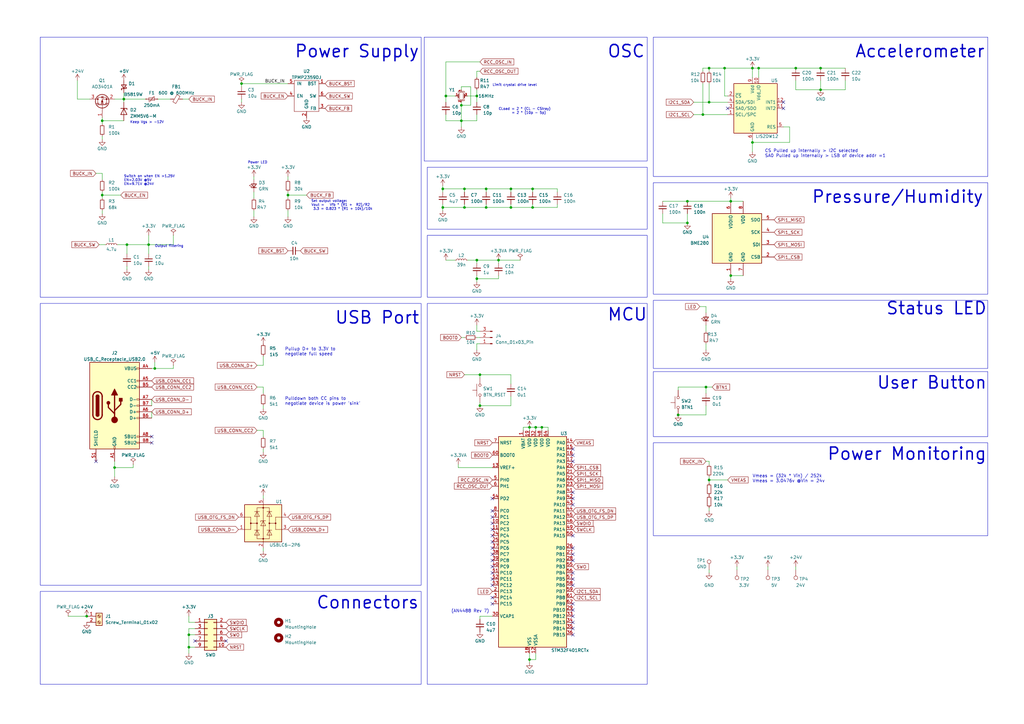
<source format=kicad_sch>
(kicad_sch (version 20230121) (generator eeschema)
  (paper "A3")
  (title_block (title "STM32 Dev Board") (date "2023-05-01") (rev "A") (company "Evison Engineering") (comment 1 "STM32 Development Board"))
  (junction (at 189.23 43.18))
  (junction (at 281.94 91.44))
  (junction (at 217.17 270.51))
  (junction (at 196.85 166.37))
  (junction (at 311.15 27.94))
  (junction (at 195.58 106.68))
  (junction (at 326.39 27.94))
  (junction (at 189.23 49.53))
  (junction (at 299.72 113.03))
  (junction (at 199.39 85.09))
  (junction (at 46.99 191.77))
  (junction (at 217.17 175.26))
  (junction (at 77.47 265.43))
  (junction (at 190.5 85.09))
  (junction (at 181.61 77.47))
  (junction (at 99.06 34.29))
  (junction (at 336.55 36.83))
  (junction (at 209.55 85.09))
  (junction (at 63.5 151.13))
  (junction (at 288.29 46.99))
  (junction (at 195.58 114.3))
  (junction (at 190.5 77.47))
  (junction (at 308.61 58.42))
  (junction (at 209.55 77.47))
  (junction (at 289.56 158.75))
  (junction (at 290.83 196.85))
  (junction (at 77.47 260.35))
  (junction (at 308.61 27.94))
  (junction (at 181.61 85.09))
  (junction (at 35.56 252.73))
  (junction (at 218.44 77.47))
  (junction (at 219.71 175.26))
  (junction (at 218.44 85.09))
  (junction (at 222.25 175.26))
  (junction (at 41.91 49.53))
  (junction (at 50.8 40.64))
  (junction (at 281.94 82.55))
  (junction (at 52.07 100.33))
  (junction (at 41.91 80.01))
  (junction (at 336.55 27.94))
  (junction (at 290.83 27.94))
  (junction (at 299.72 82.55))
  (junction (at 204.47 106.68))
  (junction (at 196.85 153.67))
  (junction (at 182.88 39.37))
  (junction (at 297.18 27.94))
  (junction (at 195.58 39.37))
  (junction (at 60.96 100.33))
  (junction (at 290.83 41.91))
  (junction (at 278.13 170.18))
  (junction (at 118.11 80.01))
  (junction (at 199.39 77.47))
  (no_connect (at 234.95 234.95))
  (no_connect (at 234.95 255.27))
  (no_connect (at 201.93 234.95))
  (no_connect (at 234.95 189.23))
  (no_connect (at 201.93 232.41))
  (no_connect (at 234.95 252.73))
  (no_connect (at 39.37 189.23))
  (no_connect (at 201.93 227.33))
  (no_connect (at 62.23 179.07))
  (no_connect (at 201.93 219.71))
  (no_connect (at 201.93 229.87))
  (no_connect (at 234.95 224.79))
  (no_connect (at 234.95 201.93))
  (no_connect (at 80.01 262.89))
  (no_connect (at 321.31 41.91))
  (no_connect (at 201.93 247.65))
  (no_connect (at 234.95 250.19))
  (no_connect (at 234.95 247.65))
  (no_connect (at 321.31 44.45))
  (no_connect (at 234.95 257.81))
  (no_connect (at 234.95 207.01))
  (no_connect (at 234.95 227.33))
  (no_connect (at 298.45 44.45))
  (no_connect (at 234.95 240.03))
  (no_connect (at 92.71 262.89))
  (no_connect (at 201.93 217.17))
  (no_connect (at 201.93 222.25))
  (no_connect (at 234.95 237.49))
  (no_connect (at 201.93 245.11))
  (no_connect (at 234.95 204.47))
  (no_connect (at 201.93 240.03))
  (no_connect (at 234.95 186.69))
  (no_connect (at 234.95 260.35))
  (no_connect (at 234.95 219.71))
  (no_connect (at 201.93 237.49))
  (no_connect (at 234.95 184.15))
  (no_connect (at 201.93 209.55))
  (no_connect (at 201.93 212.09))
  (no_connect (at 201.93 214.63))
  (no_connect (at 201.93 204.47))
  (no_connect (at 234.95 229.87))
  (no_connect (at 201.93 224.79))
  (no_connect (at 62.23 181.61))
  (wire (pts (xy 209.55 77.47) (xy 218.44 77.47)))
  (wire (pts (xy 311.15 31.75) (xy 311.15 27.94)))
  (wire (pts (xy 190.5 138.43) (xy 189.23 138.43)))
  (wire (pts (xy 186.69 39.37) (xy 182.88 39.37)))
  (wire (pts (xy 62.23 151.13) (xy 63.5 151.13)))
  (wire (pts (xy 182.88 106.68) (xy 186.69 106.68)))
  (wire (pts (xy 195.58 106.68) (xy 195.58 107.95)))
  (wire (pts (xy 196.85 165.1) (xy 196.85 166.37)))
  (wire (pts (xy 222.25 175.26) (xy 224.79 175.26)))
  (wire (pts (xy 107.95 166.37) (xy 107.95 167.64)))
  (wire (pts (xy 308.61 57.15) (xy 308.61 58.42)))
  (wire (pts (xy 118.11 80.01) (xy 118.11 78.74)))
  (wire (pts (xy 199.39 85.09) (xy 209.55 85.09)))
  (wire (pts (xy 49.53 80.01) (xy 41.91 80.01)))
  (wire (pts (xy 181.61 85.09) (xy 190.5 85.09)))
  (wire (pts (xy 41.91 49.53) (xy 41.91 50.8)))
  (wire (pts (xy 336.55 36.83) (xy 346.71 36.83)))
  (wire (pts (xy 290.83 196.85) (xy 290.83 195.58)))
  (wire (pts (xy 36.83 40.64) (xy 31.75 40.64)))
  (wire (pts (xy 193.04 43.18) (xy 189.23 43.18)))
  (wire (pts (xy 27.94 252.73) (xy 35.56 252.73)))
  (wire (pts (xy 52.07 100.33) (xy 48.26 100.33)))
  (wire (pts (xy 224.79 176.53) (xy 224.79 175.26)))
  (wire (pts (xy 298.45 39.37) (xy 297.18 39.37)))
  (wire (pts (xy 46.99 191.77) (xy 46.99 189.23)))
  (wire (pts (xy 190.5 153.67) (xy 196.85 153.67)))
  (wire (pts (xy 118.11 80.01) (xy 125.73 80.01)))
  (wire (pts (xy 271.78 91.44) (xy 281.94 91.44)))
  (wire (pts (xy 118.11 86.36) (xy 118.11 88.9)))
  (wire (pts (xy 77.47 257.81) (xy 77.47 260.35)))
  (wire (pts (xy 289.56 135.89) (xy 289.56 133.35)))
  (wire (pts (xy 60.96 100.33) (xy 71.12 100.33)))
  (wire (pts (xy 196.85 153.67) (xy 196.85 154.94)))
  (wire (pts (xy 323.85 52.07) (xy 323.85 58.42)))
  (wire (pts (xy 39.37 71.12) (xy 41.91 71.12)))
  (wire (pts (xy 182.88 49.53) (xy 189.23 49.53)))
  (wire (pts (xy 52.07 104.14) (xy 52.07 100.33)))
  (wire (pts (xy 209.55 166.37) (xy 196.85 166.37)))
  (wire (pts (xy 311.15 27.94) (xy 308.61 27.94)))
  (wire (pts (xy 196.85 252.73) (xy 201.93 252.73)))
  (wire (pts (xy 217.17 270.51) (xy 217.17 271.78)))
  (wire (pts (xy 105.41 158.75) (xy 107.95 158.75)))
  (wire (pts (xy 189.23 35.56) (xy 193.04 35.56)))
  (wire (pts (xy 199.39 83.82) (xy 199.39 85.09)))
  (wire (pts (xy 195.58 49.53) (xy 189.23 49.53)))
  (wire (pts (xy 289.56 125.73) (xy 289.56 128.27)))
  (wire (pts (xy 187.96 191.77) (xy 201.93 191.77)))
  (wire (pts (xy 217.17 267.97) (xy 217.17 270.51)))
  (wire (pts (xy 289.56 189.23) (xy 290.83 189.23)))
  (wire (pts (xy 182.88 46.99) (xy 182.88 49.53)))
  (wire (pts (xy 195.58 135.89) (xy 195.58 133.35)))
  (wire (pts (xy 189.23 43.18) (xy 189.23 49.53)))
  (wire (pts (xy 50.8 41.91) (xy 50.8 40.64)))
  (wire (pts (xy 204.47 106.68) (xy 213.36 106.68)))
  (wire (pts (xy 204.47 106.68) (xy 204.47 107.95)))
  (wire (pts (xy 219.71 267.97) (xy 219.71 270.51)))
  (wire (pts (xy 326.39 33.02) (xy 326.39 36.83)))
  (wire (pts (xy 278.13 158.75) (xy 278.13 160.02)))
  (wire (pts (xy 77.47 252.73) (xy 77.47 255.27)))
  (wire (pts (xy 195.58 135.89) (xy 196.85 135.89)))
  (wire (pts (xy 209.55 83.82) (xy 209.55 85.09)))
  (wire (pts (xy 298.45 46.99) (xy 288.29 46.99)))
  (wire (pts (xy 107.95 146.05) (xy 107.95 149.86)))
  (wire (pts (xy 190.5 83.82) (xy 190.5 85.09)))
  (wire (pts (xy 290.83 208.28) (xy 290.83 209.55)))
  (wire (pts (xy 271.78 87.63) (xy 271.78 91.44)))
  (wire (pts (xy 99.06 35.56) (xy 99.06 34.29)))
  (wire (pts (xy 107.95 203.2) (xy 107.95 204.47)))
  (wire (pts (xy 46.99 195.58) (xy 46.99 191.77)))
  (wire (pts (xy 46.99 40.64) (xy 50.8 40.64)))
  (wire (pts (xy 288.29 29.21) (xy 288.29 27.94)))
  (wire (pts (xy 290.83 233.68) (xy 290.83 234.95)))
  (wire (pts (xy 41.91 55.88) (xy 41.91 57.15)))
  (wire (pts (xy 187.96 190.5) (xy 187.96 191.77)))
  (wire (pts (xy 77.47 260.35) (xy 77.47 265.43)))
  (wire (pts (xy 311.15 27.94) (xy 326.39 27.94)))
  (wire (pts (xy 204.47 114.3) (xy 204.47 113.03)))
  (wire (pts (xy 41.91 80.01) (xy 41.91 78.74)))
  (wire (pts (xy 289.56 161.29) (xy 289.56 158.75)))
  (wire (pts (xy 289.56 170.18) (xy 278.13 170.18)))
  (wire (pts (xy 182.88 25.4) (xy 182.88 39.37)))
  (wire (pts (xy 290.83 198.12) (xy 290.83 196.85)))
  (wire (pts (xy 196.85 29.21) (xy 195.58 29.21)))
  (wire (pts (xy 191.77 39.37) (xy 195.58 39.37)))
  (wire (pts (xy 52.07 110.49) (xy 52.07 109.22)))
  (wire (pts (xy 64.77 40.64) (xy 69.85 40.64)))
  (wire (pts (xy 31.75 33.02) (xy 31.75 40.64)))
  (wire (pts (xy 195.58 138.43) (xy 196.85 138.43)))
  (wire (pts (xy 118.11 72.39) (xy 118.11 73.66)))
  (wire (pts (xy 77.47 267.97) (xy 77.47 265.43)))
  (wire (pts (xy 195.58 114.3) (xy 204.47 114.3)))
  (wire (pts (xy 199.39 77.47) (xy 209.55 77.47)))
  (wire (pts (xy 219.71 270.51) (xy 217.17 270.51)))
  (wire (pts (xy 298.45 41.91) (xy 290.83 41.91)))
  (wire (pts (xy 195.58 143.51) (xy 195.58 140.97)))
  (wire (pts (xy 62.23 166.37) (xy 62.23 163.83)))
  (wire (pts (xy 299.72 113.03) (xy 299.72 114.3)))
  (wire (pts (xy 104.14 88.9) (xy 104.14 86.36)))
  (wire (pts (xy 218.44 85.09) (xy 228.6 85.09)))
  (wire (pts (xy 41.91 81.28) (xy 41.91 80.01)))
  (wire (pts (xy 80.01 257.81) (xy 77.47 257.81)))
  (wire (pts (xy 190.5 85.09) (xy 199.39 85.09)))
  (wire (pts (xy 308.61 58.42) (xy 308.61 62.23)))
  (wire (pts (xy 297.18 39.37) (xy 297.18 27.94)))
  (wire (pts (xy 299.72 81.28) (xy 299.72 82.55)))
  (wire (pts (xy 209.55 162.56) (xy 209.55 166.37)))
  (wire (pts (xy 222.25 175.26) (xy 222.25 176.53)))
  (wire (pts (xy 107.95 149.86) (xy 105.41 149.86)))
  (wire (pts (xy 60.96 110.49) (xy 60.96 109.22)))
  (wire (pts (xy 107.95 224.79) (xy 107.95 226.06)))
  (wire (pts (xy 326.39 36.83) (xy 336.55 36.83)))
  (wire (pts (xy 181.61 83.82) (xy 181.61 85.09)))
  (wire (pts (xy 290.83 41.91) (xy 290.83 34.29)))
  (wire (pts (xy 107.95 176.53) (xy 107.95 179.07)))
  (wire (pts (xy 189.23 41.91) (xy 189.23 43.18)))
  (wire (pts (xy 195.58 46.99) (xy 195.58 49.53)))
  (wire (pts (xy 77.47 255.27) (xy 80.01 255.27)))
  (wire (pts (xy 284.48 41.91) (xy 290.83 41.91)))
  (wire (pts (xy 195.58 36.83) (xy 195.58 39.37)))
  (wire (pts (xy 346.71 36.83) (xy 346.71 33.02)))
  (wire (pts (xy 195.58 29.21) (xy 195.58 31.75)))
  (wire (pts (xy 195.58 140.97) (xy 196.85 140.97)))
  (wire (pts (xy 190.5 77.47) (xy 190.5 78.74)))
  (wire (pts (xy 302.26 232.41) (xy 302.26 233.68)))
  (wire (pts (xy 299.72 82.55) (xy 304.8 82.55)))
  (wire (pts (xy 214.63 176.53) (xy 214.63 175.26)))
  (wire (pts (xy 181.61 77.47) (xy 181.61 78.74)))
  (wire (pts (xy 336.55 33.02) (xy 336.55 36.83)))
  (wire (pts (xy 214.63 175.26) (xy 217.17 175.26)))
  (wire (pts (xy 195.58 106.68) (xy 191.77 106.68)))
  (wire (pts (xy 218.44 77.47) (xy 218.44 78.74)))
  (wire (pts (xy 41.91 48.26) (xy 41.91 49.53)))
  (wire (pts (xy 182.88 39.37) (xy 182.88 41.91)))
  (wire (pts (xy 217.17 175.26) (xy 219.71 175.26)))
  (wire (pts (xy 281.94 82.55) (xy 299.72 82.55)))
  (wire (pts (xy 41.91 87.63) (xy 41.91 86.36)))
  (wire (pts (xy 290.83 189.23) (xy 290.83 190.5)))
  (wire (pts (xy 289.56 143.51) (xy 289.56 140.97)))
  (wire (pts (xy 219.71 175.26) (xy 222.25 175.26)))
  (wire (pts (xy 209.55 85.09) (xy 218.44 85.09)))
  (wire (pts (xy 199.39 77.47) (xy 199.39 78.74)))
  (wire (pts (xy 195.58 113.03) (xy 195.58 114.3)))
  (wire (pts (xy 195.58 39.37) (xy 195.58 41.91)))
  (wire (pts (xy 189.23 36.83) (xy 189.23 35.56)))
  (wire (pts (xy 46.99 191.77) (xy 54.61 191.77)))
  (wire (pts (xy 297.18 27.94) (xy 308.61 27.94)))
  (wire (pts (xy 321.31 52.07) (xy 323.85 52.07)))
  (wire (pts (xy 193.04 35.56) (xy 193.04 43.18)))
  (wire (pts (xy 292.1 158.75) (xy 289.56 158.75)))
  (wire (pts (xy 196.85 153.67) (xy 209.55 153.67)))
  (wire (pts (xy 62.23 168.91) (xy 62.23 171.45)))
  (wire (pts (xy 107.95 184.15) (xy 107.95 185.42)))
  (wire (pts (xy 228.6 77.47) (xy 228.6 78.74)))
  (wire (pts (xy 314.96 232.41) (xy 314.96 233.68)))
  (wire (pts (xy 181.61 76.2) (xy 181.61 77.47)))
  (wire (pts (xy 299.72 113.03) (xy 304.8 113.03)))
  (wire (pts (xy 281.94 87.63) (xy 281.94 91.44)))
  (wire (pts (xy 71.12 100.33) (xy 71.12 96.52)))
  (wire (pts (xy 196.85 254) (xy 196.85 252.73)))
  (wire (pts (xy 60.96 100.33) (xy 52.07 100.33)))
  (wire (pts (xy 326.39 27.94) (xy 336.55 27.94)))
  (wire (pts (xy 99.06 34.29) (xy 118.11 34.29)))
  (wire (pts (xy 336.55 27.94) (xy 346.71 27.94)))
  (wire (pts (xy 77.47 260.35) (xy 80.01 260.35)))
  (wire (pts (xy 287.02 125.73) (xy 289.56 125.73)))
  (wire (pts (xy 190.5 77.47) (xy 199.39 77.47)))
  (wire (pts (xy 288.29 27.94) (xy 290.83 27.94)))
  (wire (pts (xy 60.96 96.52) (xy 60.96 100.33)))
  (wire (pts (xy 54.61 190.5) (xy 54.61 191.77)))
  (wire (pts (xy 217.17 175.26) (xy 217.17 176.53)))
  (wire (pts (xy 40.64 100.33) (xy 43.18 100.33)))
  (wire (pts (xy 118.11 81.28) (xy 118.11 80.01)))
  (wire (pts (xy 50.8 40.64) (xy 59.69 40.64)))
  (wire (pts (xy 60.96 104.14) (xy 60.96 100.33)))
  (wire (pts (xy 218.44 83.82) (xy 218.44 85.09)))
  (wire (pts (xy 209.55 157.48) (xy 209.55 153.67)))
  (wire (pts (xy 50.8 38.1) (xy 50.8 40.64)))
  (wire (pts (xy 308.61 27.94) (xy 308.61 31.75)))
  (wire (pts (xy 104.14 72.39) (xy 104.14 73.66)))
  (wire (pts (xy 99.06 41.91) (xy 99.06 40.64)))
  (wire (pts (xy 195.58 106.68) (xy 204.47 106.68)))
  (wire (pts (xy 323.85 58.42) (xy 308.61 58.42)))
  (wire (pts (xy 77.47 40.64) (xy 74.93 40.64)))
  (wire (pts (xy 181.61 77.47) (xy 190.5 77.47)))
  (wire (pts (xy 41.91 71.12) (xy 41.91 73.66)))
  (wire (pts (xy 218.44 77.47) (xy 228.6 77.47)))
  (wire (pts (xy 105.41 176.53) (xy 107.95 176.53)))
  (wire (pts (xy 195.58 115.57) (xy 195.58 114.3)))
  (wire (pts (xy 63.5 151.13) (xy 71.12 151.13)))
  (wire (pts (xy 196.85 25.4) (xy 182.88 25.4)))
  (wire (pts (xy 228.6 85.09) (xy 228.6 83.82)))
  (wire (pts (xy 71.12 149.86) (xy 71.12 151.13)))
  (wire (pts (xy 284.48 46.99) (xy 288.29 46.99)))
  (wire (pts (xy 271.78 82.55) (xy 281.94 82.55)))
  (wire (pts (xy 219.71 175.26) (xy 219.71 176.53)))
  (wire (pts (xy 289.56 166.37) (xy 289.56 170.18)))
  (wire (pts (xy 290.83 27.94) (xy 297.18 27.94)))
  (wire (pts (xy 77.47 265.43) (xy 80.01 265.43)))
  (wire (pts (xy 290.83 27.94) (xy 290.83 29.21)))
  (wire (pts (xy 290.83 196.85) (xy 298.45 196.85)))
  (wire (pts (xy 289.56 158.75) (xy 278.13 158.75)))
  (wire (pts (xy 63.5 151.13) (xy 63.5 148.59)))
  (wire (pts (xy 189.23 49.53) (xy 189.23 52.07)))
  (wire (pts (xy 107.95 158.75) (xy 107.95 161.29)))
  (wire (pts (xy 104.14 81.28) (xy 104.14 78.74)))
  (wire (pts (xy 41.91 49.53) (xy 50.8 49.53)))
  (wire (pts (xy 181.61 86.36) (xy 181.61 85.09)))
  (wire (pts (xy 326.39 232.41) (xy 326.39 233.68)))
  (wire (pts (xy 209.55 77.47) (xy 209.55 78.74)))
  (wire (pts (xy 288.29 46.99) (xy 288.29 34.29)))
  (rectangle (start 173.99 15.24) (end 265.43 66.04))
  (rectangle (start 175.26 124.46) (end 265.43 280.67))
  (rectangle (start 267.97 123.19) (end 405.13 151.13))
  (rectangle (start 267.97 181.61) (end 405.13 219.71))
  (rectangle (start 16.51 15.24) (end 172.72 121.92))
  (rectangle (start 175.26 96.52) (end 265.43 121.92))
  (rectangle (start 175.26 68.58) (end 265.43 93.98))
  (rectangle (start 267.97 74.93) (end 405.13 120.65))
  (rectangle (start 16.51 242.57) (end 172.72 280.67))
  (rectangle (start 267.97 15.24) (end 405.13 72.39))
  (rectangle (start 16.51 124.46) (end 172.72 240.03))
  (rectangle (start 267.97 152.4) (end 405.13 179.07))
  (text "MCU" (at 248.92 132.08 0) (effects (font (size 5 5) (thickness 0.6) bold) (justify left bottom)))
  (text "Pressure/Humidity" (at 332.74 83.82 0) (effects (font (size 5 5) (thickness 0.6) bold) (justify left bottom)))
  (text "Power Monitoring" (at 339.09 189.23 0) (effects (font (size 5 5) (thickness 0.6) bold) (justify left bottom)))
  (text "USB Port" (at 137.16 133.35 0) (effects (font (size 5 5) (thickness 0.6) bold) (justify left bottom)))
  (text "CS Pulled up internally > I2C selected\nSA0 Pulled up internally > LSB of device addr =1" (at 313.69 64.77 0) (effects (font (size 1.27 1.27)) (justify left bottom)))
  (text "Pullup D+ to 3.3V to \nnegotiate full speed" (at 116.84 146.05 0) (effects (font (size 1.27 1.27)) (justify left bottom)))
  (text "Keep Vgs > -12V" (at 53.34 50.8 0) (effects (font (size 1 1)) (justify left bottom)))
  (text "Output filtering" (at 63.5 101.6 0) (effects (font (size 1 1)) (justify left bottom)))
  (text "Switch on when EN >1.25V\nEN=2.03V @5V\nEN=9.71V @24V" (at 50.8 76.2 0) (effects (font (size 1 1)) (justify left bottom)))
  (text "Limit crystal drive level" (at 201.93 35.56 0) (effects (font (size 1 1)) (justify left bottom)))
  (text "User Button" (at 359.41 160.02 0) (effects (font (size 5 5) (thickness 0.6) bold) (justify left bottom)))
  (text "Vmeas = (32k * Vin) / 252k\nVmeas = 3.0476v @Vin = 24v" (at 308.61 198.12 0) (effects (font (size 1.27 1.27)) (justify left bottom)))
  (text "Accelerometer" (at 350.52 24.13 0) (effects (font (size 5 5) (thickness 0.6) bold) (justify left bottom)))
  (text "Status LED" (at 363.22 129.54 0) (effects (font (size 5 5) (thickness 0.6) bold) (justify left bottom)))
  (text "Set output voltage:\nVout =   Vfb * (R1 +  R2)/R2\n 3.3 = 0.823 * (R1 + 10k)/10k" (at 127.635 86.36 0) (effects (font (size 1 1)) (justify left bottom)))
  (text "Power LED" (at 101.6 67.31 0) (effects (font (size 1 1)) (justify left bottom)))
  (text "Connectors" (at 129.54 250.19 0) (effects (font (size 5 5) (thickness 0.6) bold) (justify left bottom)))
  (text "Pulldown both CC pins to \nnegotiate device is power 'sink'" (at 116.84 166.37 0) (effects (font (size 1.27 1.27)) (justify left bottom)))
  (text "OSC" (at 248.92 24.13 0) (effects (font (size 5 5) (thickness 0.6) bold) (justify left bottom)))
  (text "(AN4488 Rev 7)" (at 200.66 251.46 0) (effects (font (size 1.27 1.27)) (justify right bottom)))
  (text "CLoad = 2 * (CL - CStray)\n       = 2 * (10p - 5p)" (at 204.47 46.99 0) (effects (font (size 1 1)) (justify left bottom)))
  (text "Power Supply" (at 120.65 24.13 0) (effects (font (size 5 5) (thickness 0.6) bold) (justify left bottom)))
  (label "BUCK_IN" (at 116.84 34.29 180))
  (global_label "LED" (shape input) (at 287.02 125.73 180) (property "Intersheetrefs" "${INTERSHEET_REFS}" (effects hide)))
  (global_label "SPI1_SCK" (shape input) (at 234.95 194.31 0) (property "Intersheetrefs" "${INTERSHEET_REFS}" (effects hide)))
  (global_label "SWO" (shape input) (at 92.71 260.35 0) (property "Intersheetrefs" "${INTERSHEET_REFS}" (effects hide)))
  (global_label "SPI1_MOSI" (shape input) (at 317.5 100.33 0) (property "Intersheetrefs" "${INTERSHEET_REFS}" (effects hide)))
  (global_label "BUCK_EN" (shape input) (at 118.11 39.37 180) (property "Intersheetrefs" "${INTERSHEET_REFS}" (effects hide)))
  (global_label "USB_OTG_FS_DN" (shape input) (at 97.79 212.09 180) (property "Intersheetrefs" "${INTERSHEET_REFS}" (effects hide)))
  (global_label "SWCLK" (shape input) (at 234.95 217.17 0) (property "Intersheetrefs" "${INTERSHEET_REFS}" (effects hide)))
  (global_label "USB_CONN_D+" (shape input) (at 105.41 149.86 180) (property "Intersheetrefs" "${INTERSHEET_REFS}" (effects hide)))
  (global_label "RCC_OSC_IN" (shape input) (at 196.85 25.4 0) (property "Intersheetrefs" "${INTERSHEET_REFS}" (effects hide)))
  (global_label "I2C1_SDA" (shape input) (at 284.48 41.91 180) (property "Intersheetrefs" "${INTERSHEET_REFS}" (effects hide)))
  (global_label "BUCK_EN" (shape input) (at 49.53 80.01 0) (property "Intersheetrefs" "${INTERSHEET_REFS}" (effects hide)))
  (global_label "SWO" (shape input) (at 234.95 232.41 0) (property "Intersheetrefs" "${INTERSHEET_REFS}" (effects hide)))
  (global_label "SPI1_CSB" (shape input) (at 317.5 105.41 0) (property "Intersheetrefs" "${INTERSHEET_REFS}" (effects hide)))
  (global_label "LED" (shape input) (at 201.93 242.57 180) (property "Intersheetrefs" "${INTERSHEET_REFS}" (effects hide)))
  (global_label "USB_CONN_D+" (shape input) (at 118.11 217.17 0) (property "Intersheetrefs" "${INTERSHEET_REFS}" (effects hide)))
  (global_label "RCC_OSC_OUT" (shape input) (at 196.85 29.21 0) (property "Intersheetrefs" "${INTERSHEET_REFS}" (effects hide)))
  (global_label "USB_OTG_FS_DP" (shape input) (at 118.11 212.09 0) (property "Intersheetrefs" "${INTERSHEET_REFS}" (effects hide)))
  (global_label "VMEAS" (shape input) (at 234.95 181.61 0) (property "Intersheetrefs" "${INTERSHEET_REFS}" (effects hide)))
  (global_label "USB_CONN_CC1" (shape input) (at 62.23 156.21 0) (property "Intersheetrefs" "${INTERSHEET_REFS}" (effects hide)))
  (global_label "BUCK_BST" (shape input) (at 133.35 34.29 0) (property "Intersheetrefs" "${INTERSHEET_REFS}" (effects hide)))
  (global_label "BUCK_SW" (shape input) (at 40.64 100.33 180) (property "Intersheetrefs" "${INTERSHEET_REFS}" (effects hide)))
  (global_label "BOOT0" (shape input) (at 201.93 186.69 180) (property "Intersheetrefs" "${INTERSHEET_REFS}" (effects hide)))
  (global_label "SPI1_MISO" (shape input) (at 317.5 90.17 0) (property "Intersheetrefs" "${INTERSHEET_REFS}" (effects hide)))
  (global_label "BUCK_IN" (shape input) (at 39.37 71.12 180) (property "Intersheetrefs" "${INTERSHEET_REFS}" (effects hide)))
  (global_label "BUCK_SW" (shape input) (at 133.35 39.37 0) (property "Intersheetrefs" "${INTERSHEET_REFS}" (effects hide)))
  (global_label "BUCK_IN" (shape input) (at 289.56 189.23 180) (property "Intersheetrefs" "${INTERSHEET_REFS}" (effects hide)))
  (global_label "BUCK_BST" (shape input) (at 118.11 102.87 180) (property "Intersheetrefs" "${INTERSHEET_REFS}" (effects hide)))
  (global_label "BUCK_FB" (shape input) (at 133.35 44.45 0) (property "Intersheetrefs" "${INTERSHEET_REFS}" (effects hide)))
  (global_label "I2C1_SCL" (shape input) (at 234.95 245.11 0) (property "Intersheetrefs" "${INTERSHEET_REFS}" (effects hide)))
  (global_label "USB_OTG_FS_DN" (shape input) (at 234.95 209.55 0) (property "Intersheetrefs" "${INTERSHEET_REFS}" (effects hide)))
  (global_label "SPI1_CSB" (shape input) (at 234.95 191.77 0) (property "Intersheetrefs" "${INTERSHEET_REFS}" (effects hide)))
  (global_label "BUCK_IN" (shape input) (at 77.47 40.64 0) (property "Intersheetrefs" "${INTERSHEET_REFS}" (effects hide)))
  (global_label "USB_CONN_D-" (shape input) (at 97.79 217.17 180) (property "Intersheetrefs" "${INTERSHEET_REFS}" (effects hide)))
  (global_label "SPI1_MOSI" (shape input) (at 234.95 199.39 0) (property "Intersheetrefs" "${INTERSHEET_REFS}" (effects hide)))
  (global_label "NRST" (shape input) (at 201.93 181.61 180) (property "Intersheetrefs" "${INTERSHEET_REFS}" (effects hide)))
  (global_label "SPI1_MISO" (shape input) (at 234.95 196.85 0) (property "Intersheetrefs" "${INTERSHEET_REFS}" (effects hide)))
  (global_label "BOOT0" (shape input) (at 189.23 138.43 180) (property "Intersheetrefs" "${INTERSHEET_REFS}" (effects hide)))
  (global_label "NRST" (shape input) (at 190.5 153.67 180) (property "Intersheetrefs" "${INTERSHEET_REFS}" (effects hide)))
  (global_label "SPI1_SCK" (shape input) (at 317.5 95.25 0) (property "Intersheetrefs" "${INTERSHEET_REFS}" (effects hide)))
  (global_label "SWCLK" (shape input) (at 92.71 257.81 0) (property "Intersheetrefs" "${INTERSHEET_REFS}" (effects hide)))
  (global_label "USB_CONN_D-" (shape input) (at 62.23 163.83 0) (property "Intersheetrefs" "${INTERSHEET_REFS}" (effects hide)))
  (global_label "USB_CONN_CC1" (shape input) (at 105.41 158.75 180) (property "Intersheetrefs" "${INTERSHEET_REFS}" (effects hide)))
  (global_label "BUCK_FB" (shape input) (at 125.73 80.01 0) (property "Intersheetrefs" "${INTERSHEET_REFS}" (effects hide)))
  (global_label "VMEAS" (shape input) (at 298.45 196.85 0) (property "Intersheetrefs" "${INTERSHEET_REFS}" (effects hide)))
  (global_label "USB_CONN_CC2" (shape input) (at 62.23 158.75 0) (property "Intersheetrefs" "${INTERSHEET_REFS}" (effects hide)))
  (global_label "BTN1" (shape input) (at 292.1 158.75 0) (property "Intersheetrefs" "${INTERSHEET_REFS}" (effects hide)))
  (global_label "I2C1_SDA" (shape input) (at 234.95 242.57 0) (property "Intersheetrefs" "${INTERSHEET_REFS}" (effects hide)))
  (global_label "SWDIO" (shape input) (at 92.71 255.27 0) (property "Intersheetrefs" "${INTERSHEET_REFS}" (effects hide)))
  (global_label "I2C1_SCL" (shape input) (at 284.48 46.99 180) (property "Intersheetrefs" "${INTERSHEET_REFS}" (effects hide)))
  (global_label "SWDIO" (shape input) (at 234.95 214.63 0) (property "Intersheetrefs" "${INTERSHEET_REFS}" (effects hide)))
  (global_label "BUCK_SW" (shape input) (at 123.19 102.87 0) (property "Intersheetrefs" "${INTERSHEET_REFS}" (effects hide)))
  (global_label "RCC_OSC_IN" (shape input) (at 201.93 196.85 180) (property "Intersheetrefs" "${INTERSHEET_REFS}" (effects hide)))
  (global_label "USB_CONN_CC2" (shape input) (at 105.41 176.53 180) (property "Intersheetrefs" "${INTERSHEET_REFS}" (effects hide)))
  (global_label "USB_OTG_FS_DP" (shape input) (at 234.95 212.09 0) (property "Intersheetrefs" "${INTERSHEET_REFS}" (effects hide)))
  (global_label "NRST" (shape input) (at 92.71 265.43 0) (property "Intersheetrefs" "${INTERSHEET_REFS}" (effects hide)))
  (global_label "RCC_OSC_OUT" (shape input) (at 201.93 199.39 180) (property "Intersheetrefs" "${INTERSHEET_REFS}" (effects hide)))
  (global_label "USB_CONN_D+" (shape input) (at 62.23 168.91 0) (property "Intersheetrefs" "${INTERSHEET_REFS}" (effects hide)))
  (symbol (lib_id "power:+3.3V") (at 308.61 27.94 0) (unit 1)
    (property "Reference" "#PWR044" (effects hide))
    (property "Value" "+3.3V" (at 308.61 24.13 0))
  )
  (symbol (lib_id "Diode:ZMMxx") (at 50.8 45.72 270) (unit 1)
    (property "Reference" "D2" (at 53.34 45.085 90) (effects (justify left)))
    (property "Value" "ZMM5V6-M" (at 53.34 47.625 90) (effects (justify left)))
    (property "Footprint" "Diode_SMD:D_MiniMELF" (effects hide))
    (property "Datasheet" "https://diotec.com/tl_files/diotec/files/pdf/datasheets/zmm1.pdf" (effects hide))
  )
  (symbol (lib_id "Device:C_Small") (at 271.78 85.09 0) (unit 1)
    (property "Reference" "C17" (at 274.32 84.4613 0) (effects (justify left)))
    (property "Value" "100n" (at 274.32 87.0013 0) (effects (justify left)))
    (property "Footprint" "Capacitor_SMD:C_0603_1608Metric" (effects hide))
  )
  (symbol (lib_id "power:GND") (at 104.14 88.9 0) (unit 1)
    (property "Reference" "#PWR016" (effects hide))
    (property "Value" "GND" (at 104.14 92.71 0))
  )
  (symbol (lib_id "power:GND") (at 308.61 62.23 0) (unit 1)
    (property "Reference" "#PWR045" (effects hide))
    (property "Value" "GND" (at 308.61 66.04 0))
  )
  (symbol (lib_id "power:GND") (at 41.91 87.63 0) (unit 1)
    (property "Reference" "#PWR05" (effects hide))
    (property "Value" "GND" (at 41.91 91.44 0))
  )
  (symbol (lib_id "power:PWR_FLAG") (at 54.61 190.5 0) (unit 1)
    (property "Reference" "#FLG02" (effects hide))
    (property "Value" "PWR_FLAG" (at 54.61 186.69 0))
  )
  (symbol (lib_id "Connector:USB_C_Receptacle_USB2.0") (at 46.99 166.37 0) (unit 1)
    (property "Reference" "J2" (at 46.99 144.78 0))
    (property "Value" "USB_C_Receptacle_USB2.0" (at 46.99 147.32 0))
    (property "Footprint" "Connector_USB:USB_C_Receptacle_HRO_TYPE-C-31-M-12" (effects hide))
    (property "LCSC Part #" "C165948" (effects hide))
  )
  (symbol (lib_id "power:GND") (at 118.11 88.9 0) (unit 1)
    (property "Reference" "#PWR023" (effects hide))
    (property "Value" "GND" (at 118.11 92.71 0))
  )
  (symbol (lib_id "power:PWR_FLAG") (at 99.06 34.29 0) (unit 1)
    (property "Reference" "#FLG05" (effects hide))
    (property "Value" "PWR_FLAG" (at 99.06 30.48 0))
  )
  (symbol (lib_id "power:GND") (at 217.17 271.78 0) (unit 1)
    (property "Reference" "#PWR037" (effects hide))
    (property "Value" "GND" (at 217.17 275.59 0))
  )
  (symbol (lib_id "power:GND") (at 189.23 52.07 0) (unit 1)
    (property "Reference" "#PWR029" (effects hide))
    (property "Value" "GND" (at 189.23 55.88 0))
  )
  (symbol (lib_id "power:PWR_FLAG") (at 213.36 106.68 0) (unit 1)
    (property "Reference" "#FLG06" (effects hide))
    (property "Value" "PWR_FLAG" (at 213.36 102.87 0))
  )
  (symbol (lib_id "Device:Polyfuse_Small") (at 62.23 40.64 270) (unit 1)
    (property "Reference" "F1" (at 62.23 38.1 90))
    (property "Value" "250mA" (at 62.23 43.18 90))
    (property "Footprint" "Fuse:Fuse_1206_3216Metric" (effects hide))
    (property "LCSC Part #" "C369159" (effects hide))
  )
  (symbol (lib_id "power:GND") (at 107.95 185.42 0) (unit 1)
    (property "Reference" "#PWR019" (effects hide))
    (property "Value" "GND" (at 107.95 189.23 0))
  )
  (symbol (lib_id "power:+3.3V") (at 299.72 81.28 0) (unit 1)
    (property "Reference" "#PWR042" (effects hide))
    (property "Value" "+3.3V" (at 299.72 77.47 0))
  )
  (symbol (lib_id "power:GND") (at 41.91 57.15 0) (unit 1)
    (property "Reference" "#PWR04" (effects hide))
    (property "Value" "GND" (at 41.91 60.96 0))
  )
  (symbol (lib_id "Device:C_Small") (at 199.39 81.28 0) (unit 1)
    (property "Reference" "C11" (at 201.93 80.01 0) (effects (justify left)))
    (property "Value" "100n" (at 201.93 82.55 0) (effects (justify left)))
    (property "Footprint" "Capacitor_SMD:C_0402_1005Metric" (effects hide))
    (property "LCSC Part #" "C1525" (effects hide))
  )
  (symbol (lib_id "power:GND") (at 196.85 259.08 0) (unit 1)
    (property "Reference" "#PWR034" (effects hide))
    (property "Value" "GND" (at 196.85 262.89 0))
  )
  (symbol (lib_id "power:+5V") (at 63.5 148.59 0) (unit 1)
    (property "Reference" "#PWR011" (effects hide))
    (property "Value" "+5V" (at 63.5 144.78 0))
  )
  (symbol (lib_id "Device:C_Small") (at 204.47 110.49 0) (unit 1)
    (property "Reference" "C12" (at 207.01 109.22 0) (effects (justify left)))
    (property "Value" "10n" (at 207.01 111.76 0) (effects (justify left)))
    (property "Footprint" "Capacitor_SMD:C_0402_1005Metric" (effects hide))
    (property "LCSC Part #" "C15195" (effects hide))
  )
  (symbol (lib_id "Device:C_Small") (at 289.56 163.83 0) (unit 1)
    (property "Reference" "C19" (at 292.1 163.2013 0) (effects (justify left)))
    (property "Value" "0u1" (at 292.1 165.7413 0) (effects (justify left)))
    (property "Footprint" "Capacitor_SMD:C_1206_3216Metric" (effects hide))
  )
  (symbol (lib_id "power:GND") (at 46.99 195.58 0) (unit 1)
    (property "Reference" "#PWR06" (effects hide))
    (property "Value" "GND" (at 46.99 199.39 0))
  )
  (symbol (lib_id "power:GND") (at 60.96 110.49 0) (unit 1)
    (property "Reference" "#PWR010" (effects hide))
    (property "Value" "GND" (at 60.96 114.3 0))
  )
  (symbol (lib_id "power:+24V") (at 326.39 232.41 0) (unit 1)
    (property "Reference" "#PWR048" (effects hide))
    (property "Value" "+24V" (at 326.39 228.6 0))
  )
  (symbol (lib_id "Device:C_Small") (at 120.65 102.87 270) (unit 1)
    (property "Reference" "C4" (at 119.38 99.695 90) (effects (justify left)))
    (property "Value" "10n" (at 118.745 106.045 90) (effects (justify left)))
    (property "Footprint" "Capacitor_SMD:C_0603_1608Metric" (effects hide))
    (property "LCSC Part #" "C57112" (effects hide))
  )
  (symbol (lib_id "power:+3.3V") (at 195.58 133.35 0) (unit 1)
    (property "Reference" "#PWR031" (effects hide))
    (property "Value" "+3.3V" (at 195.58 129.54 0))
  )
  (symbol (lib_id "Sensor:BME280") (at 302.26 97.79 0) (unit 1)
    (property "Reference" "U4" (at 290.83 97.155 0) (effects (justify right)))
    (property "Value" "BME280" (at 290.83 99.695 0) (effects (justify right)))
    (property "Footprint" "Package_LGA:Bosch_LGA-8_2.5x2.5mm_P0.65mm_ClockwisePinNumbering" (effects hide))
    (property "Datasheet" "https://www.bosch-sensortec.com/media/boschsensortec/downloads/datasheets/bst-bme280-ds002.pdf" (effects hide))
    (property "LCSC Part #" "C92489" (effects hide))
  )
  (symbol (lib_id "Device:R_Small") (at 118.11 76.2 0) (unit 1)
    (property "Reference" "R8" (at 120.65 74.93 0) (effects (justify left)))
    (property "Value" "30k" (at 120.65 77.47 0) (effects (justify left)))
    (property "Footprint" "Resistor_SMD:R_0603_1608Metric" (effects hide))
    (property "LCSC Part #" "C25819" (effects hide))
  )
  (symbol (lib_id "Device:R_Small") (at 290.83 31.75 0) (unit 1)
    (property "Reference" "R14" (at 292.1 30.48 0) (effects (justify left)))
    (property "Value" "10k" (at 292.1 33.02 0) (effects (justify left)))
    (property "Footprint" "Resistor_SMD:R_0603_1608Metric" (effects hide))
    (property "LCSC Part #" "C319937" (effects hide))
  )
  (symbol (lib_id "Device:C_Small") (at 181.61 81.28 0) (unit 1)
    (property "Reference" "C5" (at 184.15 80.01 0) (effects (justify left)))
    (property "Value" "4u7" (at 184.15 82.55 0) (effects (justify left)))
    (property "Footprint" "Capacitor_SMD:C_0603_1608Metric" (effects hide))
    (property "LCSC Part #" "C19666" (effects hide))
  )
  (symbol (lib_id "Device:C_Small") (at 209.55 81.28 0) (unit 1)
    (property "Reference" "C13" (at 212.09 80.01 0) (effects (justify left)))
    (property "Value" "100n" (at 212.09 82.55 0) (effects (justify left)))
    (property "Footprint" "Capacitor_SMD:C_0402_1005Metric" (effects hide))
    (property "LCSC Part #" "C1525" (effects hide))
  )
  (symbol (lib_id "Device:C_Small") (at 195.58 110.49 0) (unit 1)
    (property "Reference" "C9" (at 198.12 109.22 0) (effects (justify left)))
    (property "Value" "1u" (at 198.12 111.76 0) (effects (justify left)))
    (property "Footprint" "Capacitor_SMD:C_0402_1005Metric" (effects hide))
    (property "LCSC Part #" "C52923" (effects hide))
  )
  (symbol (lib_id "Device:C_Small") (at 196.85 256.54 0) (unit 1)
    (property "Reference" "C10" (at 199.39 255.9113 0) (effects (justify left)))
    (property "Value" "4u7" (at 199.39 258.4513 0) (effects (justify left)))
    (property "Footprint" "Capacitor_SMD:C_0603_1608Metric" (effects hide))
    (property "LCSC Part #" "C19666" (effects hide))
  )
  (symbol (lib_id "Device:Crystal_GND24_Small") (at 189.23 39.37 0) (unit 1)
    (property "Reference" "Y1" (at 185.42 36.83 0))
    (property "Value" "16MHz" (at 199.39 39.37 0))
    (property "Footprint" "Crystal:Crystal_SMD_3225-4Pin_3.2x2.5mm" (effects hide))
    (property "Datasheet" "https://jlcpcb.com/partdetail/YangxingTech-X322516MLB4SI/C13738" (effects hide))
    (property "LCSC Part #" "C13738" (effects hide))
  )
  (symbol (lib_id "Device:C_Small") (at 52.07 106.68 0) (unit 1)
    (property "Reference" "C1" (at 54.61 105.41 0) (effects (justify left)))
    (property "Value" "10u" (at 54.61 107.95 0) (effects (justify left)))
    (property "Footprint" "Capacitor_SMD:C_1206_3216Metric" (effects hide))
    (property "LCSC Part #" "C13585" (effects hide))
  )
  (symbol (lib_id "Power_Protection:USBLC6-2P6") (at 107.95 214.63 0) (unit 1)
    (property "Reference" "U1" (at 113.03 205.74 0) (effects (justify left)))
    (property "Value" "USBLC6-2P6" (at 110.49 223.52 0) (effects (justify left)))
    (property "Footprint" "Package_TO_SOT_SMD:SOT-666" (effects hide))
    (property "Datasheet" "https://www.st.com/resource/en/datasheet/usblc6-2.pdf" (effects hide))
    (property "LCSC Part #" "C15999" (effects hide))
  )
  (symbol (lib_id "Device:R_Small") (at 290.83 200.66 180) (unit 1)
    (property "Reference" "R16" (at 294.64 199.39 0))
    (property "Value" "22k" (at 294.64 201.93 0))
    (property "Footprint" "Resistor_SMD:R_0603_1608Metric" (effects hide))
    (property "LCSC Part #" "C22843" (effects hide))
  )
  (symbol (lib_id "power:GND") (at 107.95 167.64 0) (unit 1)
    (property "Reference" "#PWR018" (effects hide))
    (property "Value" "GND" (at 107.95 171.45 0))
  )
  (symbol (lib_id "power:GND") (at 107.95 226.06 0) (unit 1)
    (property "Reference" "#PWR021" (effects hide))
    (property "Value" "GND" (at 107.95 229.87 0))
  )
  (symbol (lib_id "power:+5V") (at 50.8 33.02 0) (unit 1)
    (property "Reference" "#PWR07" (effects hide))
    (property "Value" "+5V" (at 50.8 29.21 0))
  )
  (symbol (lib_id "power:GND") (at 181.61 86.36 0) (unit 1)
    (property "Reference" "#PWR026" (effects hide))
    (property "Value" "GND" (at 181.61 90.17 0))
  )
  (symbol (lib_id "power:+3.3VA") (at 187.96 190.5 0) (unit 1)
    (property "Reference" "#PWR028" (effects hide))
    (property "Value" "+3.3VA" (at 187.96 186.69 0))
  )
  (symbol (lib_id "power:GND") (at 281.94 91.44 0) (unit 1)
    (property "Reference" "#PWR039" (effects hide))
    (property "Value" "GND" (at 281.94 95.25 0))
  )
  (symbol (lib_id "power:GND") (at 195.58 143.51 0) (unit 1)
    (property "Reference" "#PWR032" (effects hide))
    (property "Value" "GND" (at 195.58 147.32 0))
  )
  (symbol (lib_id "power:GND") (at 278.13 170.18 0) (unit 1)
    (property "Reference" "#PWR038" (effects hide))
    (property "Value" "GND" (at 278.13 173.99 0))
  )
  (symbol (lib_id "Device:R_Small") (at 107.95 181.61 0) (unit 1)
    (property "Reference" "R7" (at 110.49 180.975 0) (effects (justify left)))
    (property "Value" "5k1" (at 110.49 183.515 0) (effects (justify left)))
    (property "Footprint" "Resistor_SMD:R_0402_1005Metric" (effects hide))
    (property "LCSC Part #" "C2692696" (effects hide))
  )
  (symbol (lib_id "Device:C_Small") (at 195.58 44.45 0) (unit 1)
    (property "Reference" "C8" (at 198.12 43.8213 0) (effects (justify left)))
    (property "Value" "10p" (at 198.12 46.3613 0) (effects (justify left)))
    (property "Footprint" "Capacitor_SMD:C_0603_1608Metric" (effects hide))
  )
  (symbol (lib_id "power:GND") (at 35.56 255.27 0) (unit 1)
    (property "Reference" "#PWR03" (effects hide))
    (property "Value" "GND" (at 35.56 259.08 0))
  )
  (symbol (lib_id "power:+3.3V") (at 60.96 96.52 0) (unit 1)
    (property "Reference" "#PWR09" (effects hide))
    (property "Value" "+3.3V" (at 60.96 92.71 0))
  )
  (symbol (lib_id "Device:C_Small") (at 60.96 106.68 0) (unit 1)
    (property "Reference" "C2" (at 63.5 105.41 0) (effects (justify left)))
    (property "Value" "10u" (at 63.5 107.95 0) (effects (justify left)))
    (property "Footprint" "Capacitor_SMD:C_1206_3216Metric" (effects hide))
    (property "LCSC Part #" "C13585" (effects hide))
  )
  (symbol (lib_id "Device:R_Small") (at 107.95 143.51 0) (unit 1)
    (property "Reference" "R5" (at 110.49 142.875 0) (effects (justify left)))
    (property "Value" "1k5" (at 110.49 145.415 0) (effects (justify left)))
    (property "Footprint" "Resistor_SMD:R_0402_1005Metric" (effects hide))
  )
  (symbol (lib_id "Switch:SW_Push") (at 196.85 160.02 90) (unit 1)
    (property "Reference" "SW1" (at 198.12 159.385 90) (effects (justify right)))
    (property "Value" "BTN_RSET" (at 198.12 161.925 90) (effects (justify right)))
    (property "Footprint" "Button_Switch_SMD:SW_Tactile_SPST_NO_Straight_CK_PTS636Sx25SMTRLFS" (effects hide))
  )
  (symbol (lib_id "Mechanical:MountingHole") (at 114.3 261.62 0) (unit 1)
    (property "Reference" "H2" (at 116.84 260.985 0) (effects (justify left)))
    (property "Value" "MountingHole" (at 116.84 263.525 0) (effects (justify left)))
    (property "Footprint" "MountingHole:MountingHole_4.3mm_M4_Pad" (effects hide))
  )
  (symbol (lib_id "Device:FerriteBead_Small") (at 72.39 40.64 90) (unit 1)
    (property "Reference" "FB1" (at 72.3519 35.56 90))
    (property "Value" "600 @ 600MHz" (at 72.3519 38.1 90))
    (property "Footprint" "Inductor_SMD:L_0805_2012Metric" (effects hide))
    (property "LCSC Part #" "C1017" (effects hide))
  )
  (symbol (lib_id "TomsSymbolLib:TPMP2359DJ") (at 125.73 40.64 0) (unit 1)
    (property "Reference" "U2" (at 125.73 29.21 0))
    (property "Value" "TPMP2359DJ" (at 125.73 31.75 0))
    (property "Footprint" "Package_TO_SOT_SMD:SOT-23-6" (effects hide))
    (property "LCSC Part #" "C2959845" (effects hide))
  )
  (symbol (lib_id "power:GND") (at 299.72 114.3 0) (unit 1)
    (property "Reference" "#PWR043" (effects hide))
    (property "Value" "GND" (at 299.72 118.11 0))
  )
  (symbol (lib_id "Connector:TestPoint") (at 302.26 233.68 180) (unit 1)
    (property "Reference" "TP2" (at 307.34 237.49 0) (effects (justify left)))
    (property "Value" "3.3V" (at 307.34 240.03 0) (effects (justify left)))
    (property "Footprint" "TestPoint:TestPoint_Pad_D2.0mm" (effects hide))
  )
  (symbol (lib_id "power:PWR_FLAG") (at 71.12 96.52 0) (unit 1)
    (property "Reference" "#FLG03" (effects hide))
    (property "Value" "PWR_FLAG" (at 71.12 92.71 0))
  )
  (symbol (lib_id "power:GND") (at 99.06 41.91 0) (unit 1)
    (property "Reference" "#PWR014" (effects hide))
    (property "Value" "GND" (at 99.06 45.72 0))
  )
  (symbol (lib_id "power:+3.3V") (at 302.26 232.41 0) (unit 1)
    (property "Reference" "#PWR047" (effects hide))
    (property "Value" "+3.3V" (at 302.26 228.6 0))
  )
  (symbol (lib_id "power:PWR_FLAG") (at 27.94 252.73 0) (unit 1)
    (property "Reference" "#FLG01" (effects hide))
    (property "Value" "PWR_FLAG" (at 27.94 248.92 0))
  )
  (symbol (lib_id "Connector:Conn_01x03_Pin") (at 201.93 138.43 180) (unit 1)
    (property "Reference" "J4" (at 203.2 137.795 0) (effects (justify right)))
    (property "Value" "Conn_01x03_Pin" (at 203.2 140.335 0) (effects (justify right)))
    (property "Footprint" "Connector_PinHeader_1.27mm:PinHeader_1x03_P1.27mm_Vertical" (effects hide))
  )
  (symbol (lib_id "power:GND") (at 290.83 234.95 0) (unit 1)
    (property "Reference" "#PWR049" (effects hide))
    (property "Value" "GND" (at 290.83 240.03 0))
  )
  (symbol (lib_id "power:+3.3V") (at 118.11 72.39 0) (unit 1)
    (property "Reference" "#PWR022" (effects hide))
    (property "Value" "+3.3V" (at 118.11 68.58 0))
  )
  (symbol (lib_id "Connector_Generic:Conn_02x05_Odd_Even") (at 85.09 260.35 0) (unit 1)
    (property "Reference" "J3" (at 86.36 252.73 0))
    (property "Value" "SWD" (at 86.36 268.605 0))
    (property "Footprint" "Connector_PinHeader_1.27mm:PinHeader_2x05_P1.27mm_Vertical_SMD" (effects hide))
  )
  (symbol (lib_id "Sensor_Motion:LIS2DE12") (at 308.61 44.45 0) (unit 1)
    (property "Reference" "U5" (at 316.23 33.02 0) (effects (justify left)))
    (property "Value" "LIS2DW12" (at 309.88 55.88 0) (effects (justify left)))
    (property "Footprint" "Package_LGA:LGA-12_2x2mm_P0.5mm" (effects hide))
    (property "Datasheet" "https://www.st.com/resource/en/datasheet/lis2DE12.pdf" (effects hide))
    (property "LCSC Part #" "C189624" (effects hide))
  )
  (symbol (lib_id "power:+3.3V") (at 104.14 72.39 0) (unit 1)
    (property "Reference" "#PWR015" (effects hide))
    (property "Value" "+3.3V" (at 104.14 68.58 0))
  )
  (symbol (lib_id "MCU_ST_STM32F4:STM32F401RCTx") (at 217.17 222.25 0) (unit 1)
    (property "Reference" "U3" (at 229.87 177.8 0) (effects (justify left)))
    (property "Value" "STM32F401RCTx" (at 226.06 266.7 0) (effects (justify left)))
    (property "Footprint" "Package_QFP:LQFP-64_10x10mm_P0.5mm" (effects hide))
    (property "Datasheet" "https://www.st.com/resource/en/datasheet/stm32f401rc.pdf" (effects hide))
    (property "LCSC Part #" "C74524" (effects hide))
  )
  (symbol (lib_id "Device:C_Small") (at 326.39 30.48 0) (unit 1)
    (property "Reference" "C20" (at 328.93 29.8513 0) (effects (justify left)))
    (property "Value" "100n" (at 328.93 32.3913 0) (effects (justify left)))
    (property "Footprint" "Capacitor_SMD:C_0603_1608Metric" (effects hide))
  )
  (symbol (lib_id "Device:LED_Small") (at 289.56 130.81 90) (unit 1)
    (property "Reference" "D4" (at 291.465 129.54 90) (effects (justify right)))
    (property "Value" "GRN" (at 291.465 132.08 90) (effects (justify right)))
    (property "Footprint" "LED_SMD:LED_0603_1608Metric" (effects hide))
    (property "Datasheet" "https://jlcpcb.com/partdetail/EverlightElec-19_217_GHC_YR1S23T/C72043" (effects hide))
    (property "LCSC Part #" "C72043" (effects hide))
  )
  (symbol (lib_id "Device:D_Schottky_Small") (at 50.8 35.56 90) (unit 1)
    (property "Reference" "D1" (at 52.705 34.29 90) (effects (justify right)))
    (property "Value" "B5819W" (at 50.8 38.735 90) (effects (justify right)))
    (property "Footprint" "Diode_SMD:D_SOD-123" (effects hide))
    (property "LCSC Part #" "C8598" (effects hide))
  )
  (symbol (lib_id "Connector:TestPoint") (at 290.83 233.68 0) (unit 1)
    (property "Reference" "TP1" (at 285.75 229.87 0) (effects (justify left)))
    (property "Value" "GND" (at 285.75 232.41 0) (effects (justify left)))
    (property "Footprint" "TestPoint:TestPoint_Pad_D2.0mm" (effects hide))
  )
  (symbol (lib_id "Device:C_Small") (at 99.06 38.1 0) (unit 1)
    (property "Reference" "C3" (at 101.6 36.83 0) (effects (justify left)))
    (property "Value" "10u" (at 101.6 39.37 0) (effects (justify left)))
    (property "Footprint" "Capacitor_SMD:C_1206_3216Metric" (effects hide))
    (property "LCSC Part #" "C13585" (effects hide))
  )
  (symbol (lib_id "power:GND") (at 290.83 209.55 0) (unit 1)
    (property "Reference" "#PWR041" (effects hide))
    (property "Value" "GND" (at 290.83 213.36 0))
  )
  (symbol (lib_id "Device:R_Small") (at 118.11 83.82 0) (unit 1)
    (property "Reference" "R9" (at 120.65 82.55 0) (effects (justify left)))
    (property "Value" "10k" (at 120.65 85.09 0) (effects (justify left)))
    (property "Footprint" "Resistor_SMD:R_0603_1608Metric" (effects hide))
    (property "LCSC Part #" "C319937" (effects hide))
  )
  (symbol (lib_id "Mechanical:MountingHole") (at 114.3 255.27 0) (unit 1)
    (property "Reference" "H1" (at 116.84 254.635 0) (effects (justify left)))
    (property "Value" "MountingHole" (at 116.84 257.175 0) (effects (justify left)))
    (property "Footprint" "MountingHole:MountingHole_4.3mm_M4_Pad" (effects hide))
  )
  (symbol (lib_id "power:+24V") (at 35.56 252.73 0) (unit 1)
    (property "Reference" "#PWR02" (effects hide))
    (property "Value" "+24V" (at 35.56 248.92 0))
  )
  (symbol (lib_id "power:+3.3V") (at 77.47 252.73 0) (unit 1)
    (property "Reference" "#PWR012" (effects hide))
    (property "Value" "+3.3V" (at 77.47 248.92 0))
  )
  (symbol (lib_id "Device:R_Small") (at 290.83 193.04 180) (unit 1)
    (property "Reference" "R15" (at 294.64 191.77 0))
    (property "Value" "220k" (at 294.64 194.31 0))
    (property "Footprint" "Resistor_SMD:R_0603_1608Metric" (effects hide))
    (property "LCSC Part #" "C22843" (effects hide))
  )
  (symbol (lib_id "Device:C_Small") (at 336.55 30.48 0) (unit 1)
    (property "Reference" "C21" (at 339.09 29.8513 0) (effects (justify left)))
    (property "Value" "100n" (at 339.09 32.3913 0) (effects (justify left)))
    (property "Footprint" "Capacitor_SMD:C_0603_1608Metric" (effects hide))
  )
  (symbol (lib_id "power:+24V") (at 31.75 33.02 0) (unit 1)
    (property "Reference" "#PWR01" (effects hide))
    (property "Value" "+24V" (at 31.75 29.21 0))
  )
  (symbol (lib_id "Connector:TestPoint") (at 314.96 233.68 180) (unit 1)
    (property "Reference" "TP3" (at 320.04 237.49 0) (effects (justify left)))
    (property "Value" "5V" (at 318.77 240.03 0) (effects (justify left)))
    (property "Footprint" "TestPoint:TestPoint_Pad_D2.0mm" (effects hide))
  )
  (symbol (lib_id "Switch:SW_Push") (at 278.13 165.1 90) (unit 1)
    (property "Reference" "SW2" (at 279.4 164.465 90) (effects (justify right)))
    (property "Value" "BTN1" (at 279.4 167.005 90) (effects (justify right)))
    (property "Footprint" "Button_Switch_SMD:SW_Tactile_SPST_NO_Straight_CK_PTS636Sx25SMTRLFS" (effects hide))
  )
  (symbol (lib_id "power:+3.3V") (at 107.95 140.97 0) (unit 1)
    (property "Reference" "#PWR017" (effects hide))
    (property "Value" "+3.3V" (at 107.95 137.16 0))
  )
  (symbol (lib_id "Device:C_Small") (at 182.88 44.45 0) (unit 1)
    (property "Reference" "C6" (at 185.42 43.8213 0) (effects (justify left)))
    (property "Value" "10p" (at 185.42 46.3613 0) (effects (justify left)))
    (property "Footprint" "Capacitor_SMD:C_0603_1608Metric" (effects hide))
  )
  (symbol (lib_id "power:GND") (at 77.47 267.97 0) (unit 1)
    (property "Reference" "#PWR013" (effects hide))
    (property "Value" "GND" (at 77.47 271.78 0))
  )
  (symbol (lib_id "power:GND") (at 336.55 36.83 0) (unit 1)
    (property "Reference" "#PWR046" (effects hide))
    (property "Value" "GND" (at 336.55 40.64 0))
  )
  (symbol (lib_id "Device:C_Small") (at 228.6 81.28 0) (unit 1)
    (property "Reference" "C16" (at 231.14 80.01 0) (effects (justify left)))
    (property "Value" "100n" (at 231.14 82.55 0) (effects (justify left)))
    (property "Footprint" "Capacitor_SMD:C_0402_1005Metric" (effects hide))
    (property "LCSC Part #" "C1525" (effects hide))
  )
  (symbol (lib_id "power:+3.3V") (at 217.17 175.26 0) (unit 1)
    (property "Reference" "#PWR036" (effects hide))
    (property "Value" "+3.3V" (at 217.17 171.45 0))
  )
  (symbol (lib_id "power:PWR_FLAG") (at 71.12 149.86 0) (unit 1)
    (property "Reference" "#FLG04" (effects hide))
    (property "Value" "PWR_FLAG" (at 71.12 146.05 0))
  )
  (symbol (lib_id "Device:R_Small") (at 104.14 83.82 180) (unit 1)
    (property "Reference" "R4" (at 107.315 82.55 0))
    (property "Value" "R47" (at 107.315 85.09 0))
    (property "Footprint" "Resistor_SMD:R_0603_1608Metric" (effects hide))
    (property "LCSC Part #" "C21190" (effects hide))
  )
  (symbol (lib_id "power:+5V") (at 107.95 203.2 0) (unit 1)
    (property "Reference" "#PWR020" (effects hide))
    (property "Value" "+5V" (at 107.95 199.39 0))
  )
  (symbol (lib_id "Device:R_Small") (at 289.56 138.43 180) (unit 1)
    (property "Reference" "R13" (at 292.1 137.16 0))
    (property "Value" "R47" (at 292.735 139.7 0))
    (property "Footprint" "Resistor_SMD:R_0603_1608Metric" (effects hide))
    (property "LCSC Part #" "C22843" (effects hide))
  )
  (symbol (lib_id "Device:R_Small") (at 290.83 205.74 180) (unit 1)
    (property "Reference" "R17" (at 294.64 204.47 0))
    (property "Value" "10k" (at 294.64 207.01 0))
    (property "Footprint" "Resistor_SMD:R_0603_1608Metric" (effects hide))
    (property "LCSC Part #" "C319937" (effects hide))
  )
  (symbol (lib_id "power:+3.3V") (at 181.61 76.2 0) (unit 1)
    (property "Reference" "#PWR025" (effects hide))
    (property "Value" "+3.3V" (at 181.61 72.39 0))
  )
  (symbol (lib_id "Device:R_Small") (at 41.91 76.2 0) (unit 1)
    (property "Reference" "R2" (at 44.45 74.93 0) (effects (justify left)))
    (property "Value" "100k" (at 44.45 77.47 0) (effects (justify left)))
    (property "Footprint" "Resistor_SMD:R_0603_1608Metric" (effects hide))
    (property "LCSC Part #" "C25803" (effects hide))
  )
  (symbol (lib_id "Device:L_Small") (at 189.23 106.68 90) (unit 1)
    (property "Reference" "L2" (at 189.23 104.775 90))
    (property "Value" "39n" (at 189.23 108.585 90))
    (property "Footprint" "Inductor_SMD:L_0402_1005Metric" (effects hide))
    (property "LCSC Part #" "C26443" (effects hide))
  )
  (symbol (lib_id "Device:R_Small") (at 195.58 34.29 0) (unit 1)
    (property "Reference" "R11" (at 196.85 33.02 0) (effects (justify left)))
    (property "Value" "R47" (at 196.85 35.56 0) (effects (justify left)))
    (property "Footprint" "Resistor_SMD:R_0603_1608Metric" (effects hide))
  )
  (symbol (lib_id "power:GND") (at 52.07 110.49 0) (unit 1)
    (property "Reference" "#PWR08" (effects hide))
    (property "Value" "GND" (at 52.07 114.3 0))
  )
  (symbol (lib_id "Device:R_Small") (at 288.29 31.75 0) (unit 1)
    (property "Reference" "R12" (at 283.21 30.48 0) (effects (justify left)))
    (property "Value" "10k" (at 283.21 33.02 0) (effects (justify left)))
    (property "Footprint" "Resistor_SMD:R_0603_1608Metric" (effects hide))
    (property "LCSC Part #" "C319937" (effects hide))
  )
  (symbol (lib_id "Device:R_Small") (at 41.91 83.82 0) (unit 1)
    (property "Reference" "R3" (at 44.45 82.55 0) (effects (justify left)))
    (property "Value" "68k" (at 44.45 85.09 0) (effects (justify left)))
    (property "Footprint" "Resistor_SMD:R_0603_1608Metric" (effects hide))
    (property "LCSC Part #" "C23231" (effects hide))
  )
  (symbol (lib_id "power:GND") (at 196.85 166.37 0) (unit 1)
    (property "Reference" "#PWR033" (effects hide))
    (property "Value" "GND" (at 196.85 170.18 0))
  )
  (symbol (lib_id "Device:R_Small") (at 41.91 53.34 0) (unit 1)
    (property "Reference" "R1" (at 44.45 52.07 0) (effects (justify left)))
    (property "Value" "100k" (at 44.45 54.61 0) (effects (justify left)))
    (property "Footprint" "Resistor_SMD:R_0603_1608Metric" (effects hide))
    (property "LCSC Part #" "C25803" (effects hide))
  )
  (symbol (lib_id "power:GND") (at 195.58 115.57 0) (unit 1)
    (property "Reference" "#PWR030" (effects hide))
    (property "Value" "GND" (at 195.58 119.38 0))
  )
  (symbol (lib_id "Device:C_Small") (at 218.44 81.28 0) (unit 1)
    (property "Reference" "C15" (at 220.98 80.01 0) (effects (justify left)))
    (property "Value" "100n" (at 220.98 82.55 0) (effects (justify left)))
    (property "Footprint" "Capacitor_SMD:C_0402_1005Metric" (effects hide))
    (property "LCSC Part #" "C1525" (effects hide))
  )
  (symbol (lib_id "power:+3.3V") (at 182.88 106.68 0) (unit 1)
    (property "Reference" "#PWR027" (effects hide))
    (property "Value" "+3.3V" (at 182.88 102.87 0))
  )
  (symbol (lib_id "Device:LED_Small") (at 104.14 76.2 90) (unit 1)
    (property "Reference" "D3" (at 106.045 74.93 90) (effects (justify right)))
    (property "Value" "GRN" (at 106.045 77.47 90) (effects (justify right)))
    (property "Footprint" "LED_SMD:LED_0603_1608Metric" (effects hide))
    (property "Datasheet" "https://jlcpcb.com/partdetail/EverlightElec-19_217_GHC_YR1S23T/C72043" (effects hide))
    (property "LCSC Part #" "C72043" (effects hide))
  )
  (symbol (lib_id "Transistor_FET:AO3401A") (at 41.91 43.18 90) (unit 1)
    (property "Reference" "Q1" (at 41.91 33.02 90))
    (property "Value" "AO3401A" (at 41.91 35.56 90))
    (property "Footprint" "Package_TO_SOT_SMD:SOT-23" (effects hide))
    (property "Datasheet" "http://www.aosmd.com/pdfs/datasheet/AO3401A.pdf" (effects hide))
    (property "LCSC Part #" "C15127" (effects hide))
  )
  (symbol (lib_id "power:GND") (at 125.73 48.26 0) (unit 1)
    (property "Reference" "#PWR024" (effects hide))
    (property "Value" "GND" (at 125.73 52.07 0))
  )
  (symbol (lib_id "Device:R_Small") (at 193.04 138.43 270) (unit 1)
    (property "Reference" "R10" (at 193.04 136.525 90))
    (property "Value" "10k" (at 193.04 140.335 90))
    (property "Footprint" "Resistor_SMD:R_0402_1005Metric" (effects hide))
    (property "LCSC Part #" "C25744" (effects hide))
  )
  (symbol (lib_id "Connector:Screw_Terminal_01x02") (at 40.64 252.73 0) (unit 1)
    (property "Reference" "J1" (at 43.18 252.73 0) (effects (justify left)))
    (property "Value" "Screw_Terminal_01x02" (at 43.18 255.27 0) (effects (justify left)))
    (property "Footprint" "TerminalBlock_Phoenix:TerminalBlock_Phoenix_PT-1,5-2-3.5-H_1x02_P3.50mm_Horizontal" (effects hide))
  )
  (symbol (lib_id "Device:C_Small") (at 209.55 160.02 0) (unit 1)
    (property "Reference" "C14" (at 212.09 159.3913 0) (effects (justify left)))
    (property "Value" "0u1" (at 212.09 161.9313 0) (effects (justify left)))
    (property "Footprint" "Capacitor_SMD:C_1206_3216Metric" (effects hide))
  )
  (symbol (lib_id "Connector:TestPoint") (at 326.39 233.68 180) (unit 1)
    (property "Reference" "TP4" (at 331.47 237.49 0) (effects (justify left)))
    (property "Value" "24V" (at 330.2 240.03 0) (effects (justify left)))
    (property "Footprint" "TestPoint:TestPoint_Pad_D2.0mm" (effects hide))
  )
  (symbol (lib_id "Device:C_Small") (at 281.94 85.09 0) (unit 1)
    (property "Reference" "C18" (at 284.48 84.4613 0) (effects (justify left)))
    (property "Value" "100n" (at 284.48 87.0013 0) (effects (justify left)))
    (property "Footprint" "Capacitor_SMD:C_0603_1608Metric" (effects hide))
  )
  (symbol (lib_id "power:+5V") (at 314.96 232.41 0) (unit 1)
    (property "Reference" "#PWR050" (effects hide))
    (property "Value" "+5V" (at 314.96 228.6 0))
  )
  (symbol (lib_id "Device:C_Small") (at 190.5 81.28 0) (unit 1)
    (property "Reference" "C7" (at 193.04 80.01 0) (effects (justify left)))
    (property "Value" "100n" (at 193.04 82.55 0) (effects (justify left)))
    (property "Footprint" "Capacitor_SMD:C_0402_1005Metric" (effects hide))
    (property "LCSC Part #" "C1525" (effects hide))
  )
  (symbol (lib_id "power:GND") (at 289.56 143.51 0) (unit 1)
    (property "Reference" "#PWR040" (effects hide))
    (property "Value" "GND" (at 289.56 147.32 0))
  )
  (symbol (lib_id "Device:L_Small") (at 45.72 100.33 90) (unit 1)
    (property "Reference" "L1" (at 45.72 98.425 90))
    (property "Value" "4.7u" (at 45.72 102.235 90))
    (property "Footprint" "Inductor_SMD:L_0402_1005Metric" (effects hide))
    (property "LCSC Part #" "C139506" (effects hide))
  )
  (symbol (lib_id "Device:C_Small") (at 346.71 30.48 0) (unit 1)
    (property "Reference" "C22" (at 349.25 29.8513 0) (effects (justify left)))
    (property "Value" "10u" (at 349.25 32.3913 0) (effects (justify left)))
    (property "Footprint" "Capacitor_SMD:C_0603_1608Metric" (effects hide))
  )
  (symbol (lib_id "Device:R_Small") (at 107.95 163.83 0) (unit 1)
    (property "Reference" "R6" (at 110.49 163.195 0) (effects (justify left)))
    (property "Value" "5k1" (at 110.49 165.735 0) (effects (justify left)))
    (property "Footprint" "Resistor_SMD:R_0402_1005Metric" (effects hide))
    (property "LCSC Part #" "C2692696" (effects hide))
  )
  (symbol (lib_id "power:+3.3VA") (at 204.47 106.68 0) (unit 1)
    (property "Reference" "#PWR035" (effects hide))
    (property "Value" "+3.3VA" (at 204.47 102.87 0))
  )
)
</source>
